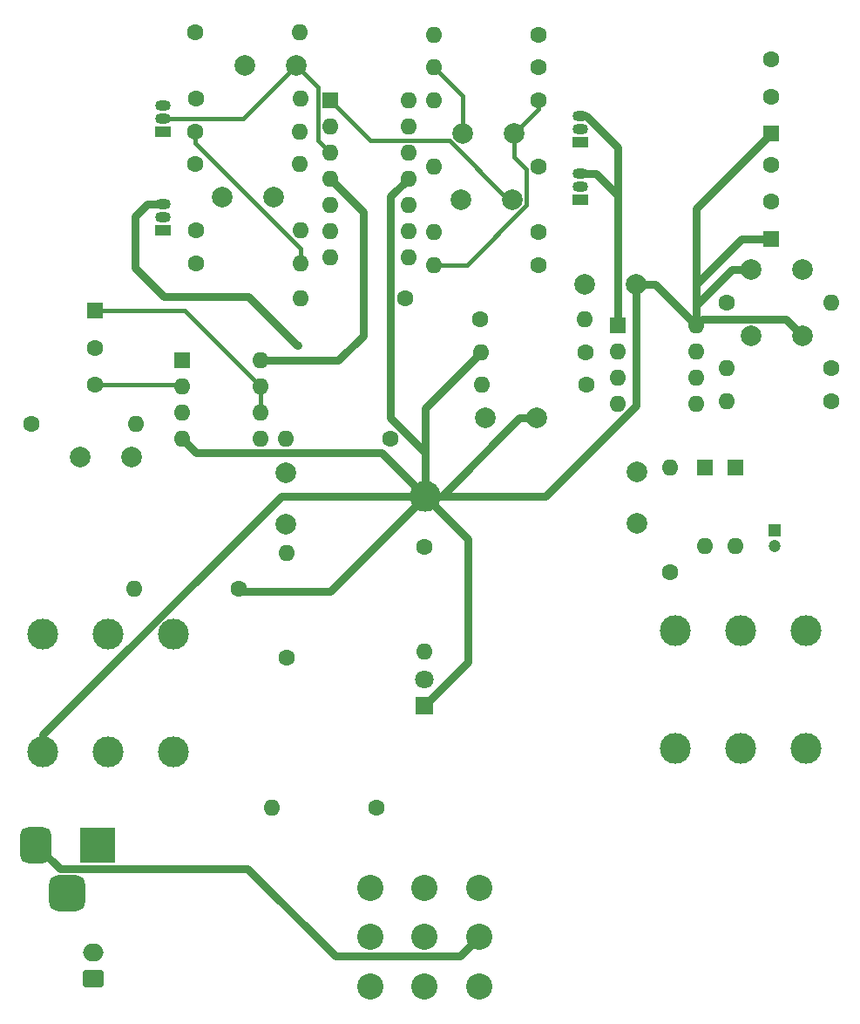
<source format=gbr>
%TF.GenerationSoftware,KiCad,Pcbnew,(6.0.1)*%
%TF.CreationDate,2022-05-04T15:38:42-04:00*%
%TF.ProjectId,phase90plusplus,70686173-6539-4307-906c-7573706c7573,rev?*%
%TF.SameCoordinates,Original*%
%TF.FileFunction,Copper,L2,Bot*%
%TF.FilePolarity,Positive*%
%FSLAX46Y46*%
G04 Gerber Fmt 4.6, Leading zero omitted, Abs format (unit mm)*
G04 Created by KiCad (PCBNEW (6.0.1)) date 2022-05-04 15:38:42*
%MOMM*%
%LPD*%
G01*
G04 APERTURE LIST*
G04 Aperture macros list*
%AMRoundRect*
0 Rectangle with rounded corners*
0 $1 Rounding radius*
0 $2 $3 $4 $5 $6 $7 $8 $9 X,Y pos of 4 corners*
0 Add a 4 corners polygon primitive as box body*
4,1,4,$2,$3,$4,$5,$6,$7,$8,$9,$2,$3,0*
0 Add four circle primitives for the rounded corners*
1,1,$1+$1,$2,$3*
1,1,$1+$1,$4,$5*
1,1,$1+$1,$6,$7*
1,1,$1+$1,$8,$9*
0 Add four rect primitives between the rounded corners*
20,1,$1+$1,$2,$3,$4,$5,0*
20,1,$1+$1,$4,$5,$6,$7,0*
20,1,$1+$1,$6,$7,$8,$9,0*
20,1,$1+$1,$8,$9,$2,$3,0*%
G04 Aperture macros list end*
%TA.AperFunction,ComponentPad*%
%ADD10R,1.600000X1.600000*%
%TD*%
%TA.AperFunction,ComponentPad*%
%ADD11O,1.600000X1.600000*%
%TD*%
%TA.AperFunction,ComponentPad*%
%ADD12C,2.000000*%
%TD*%
%TA.AperFunction,ComponentPad*%
%ADD13C,1.600000*%
%TD*%
%TA.AperFunction,ComponentPad*%
%ADD14C,2.540000*%
%TD*%
%TA.AperFunction,ComponentPad*%
%ADD15R,1.500000X1.050000*%
%TD*%
%TA.AperFunction,ComponentPad*%
%ADD16O,1.500000X1.050000*%
%TD*%
%TA.AperFunction,ComponentPad*%
%ADD17RoundRect,0.250000X-0.550000X0.550000X-0.550000X-0.550000X0.550000X-0.550000X0.550000X0.550000X0*%
%TD*%
%TA.AperFunction,ComponentPad*%
%ADD18C,3.000000*%
%TD*%
%TA.AperFunction,ComponentPad*%
%ADD19R,1.200000X1.200000*%
%TD*%
%TA.AperFunction,ComponentPad*%
%ADD20C,1.200000*%
%TD*%
%TA.AperFunction,ComponentPad*%
%ADD21RoundRect,0.250000X0.550000X-0.550000X0.550000X0.550000X-0.550000X0.550000X-0.550000X-0.550000X0*%
%TD*%
%TA.AperFunction,ComponentPad*%
%ADD22R,3.500000X3.500000*%
%TD*%
%TA.AperFunction,ComponentPad*%
%ADD23RoundRect,0.750000X-0.750000X-1.000000X0.750000X-1.000000X0.750000X1.000000X-0.750000X1.000000X0*%
%TD*%
%TA.AperFunction,ComponentPad*%
%ADD24RoundRect,0.875000X-0.875000X-0.875000X0.875000X-0.875000X0.875000X0.875000X-0.875000X0.875000X0*%
%TD*%
%TA.AperFunction,ComponentPad*%
%ADD25R,1.800000X1.800000*%
%TD*%
%TA.AperFunction,ComponentPad*%
%ADD26C,1.800000*%
%TD*%
%TA.AperFunction,ComponentPad*%
%ADD27RoundRect,0.250000X0.750000X-0.600000X0.750000X0.600000X-0.750000X0.600000X-0.750000X-0.600000X0*%
%TD*%
%TA.AperFunction,ComponentPad*%
%ADD28O,2.000000X1.700000*%
%TD*%
%TA.AperFunction,ViaPad*%
%ADD29C,3.000000*%
%TD*%
%TA.AperFunction,ViaPad*%
%ADD30C,0.800000*%
%TD*%
%TA.AperFunction,Conductor*%
%ADD31C,0.800000*%
%TD*%
%TA.AperFunction,Conductor*%
%ADD32C,0.400000*%
%TD*%
G04 APERTURE END LIST*
D10*
%TO.P,U2,1*%
%TO.N,Net-(C6-Pad1)*%
X195200000Y-62600000D03*
D11*
%TO.P,U2,2,-*%
%TO.N,Net-(R10-Pad2)*%
X195200000Y-65140000D03*
%TO.P,U2,3,+*%
%TO.N,+5V*%
X195200000Y-67680000D03*
%TO.P,U2,4,V-*%
%TO.N,GNDREF*%
X195200000Y-70220000D03*
%TO.P,U2,5,+*%
%TO.N,Net-(C1-Pad2)*%
X202820000Y-70220000D03*
%TO.P,U2,6,-*%
%TO.N,/U1_LOOPBACK*%
X202820000Y-67680000D03*
%TO.P,U2,7*%
X202820000Y-65140000D03*
%TO.P,U2,8,V+*%
%TO.N,+9V*%
X202820000Y-62600000D03*
%TD*%
D12*
%TO.P,C11,1*%
%TO.N,GNDREF*%
X250500000Y-53800000D03*
%TO.P,C11,2*%
%TO.N,/FRQ*%
X255500000Y-53800000D03*
%TD*%
D10*
%TO.P,D2,1,K*%
%TO.N,+5V*%
X246000000Y-72980000D03*
D11*
%TO.P,D2,2,A*%
%TO.N,GNDREF*%
X246000000Y-80600000D03*
%TD*%
D12*
%TO.P,C10,1*%
%TO.N,GNDREF*%
X239400000Y-78430000D03*
%TO.P,C10,2*%
%TO.N,+5V*%
X239400000Y-73430000D03*
%TD*%
D13*
%TO.P,R15,1*%
%TO.N,+5V*%
X196500000Y-30800000D03*
D11*
%TO.P,R15,2*%
%TO.N,Net-(C3-Pad2)*%
X206660000Y-30800000D03*
%TD*%
D14*
%TO.P,S1,P$1,O*%
%TO.N,Net-(R11-Pad1)*%
X213451560Y-113801940D03*
%TO.P,S1,P$2,P*%
%TO.N,Net-(J1-PadT1)*%
X213451560Y-118600000D03*
%TO.P,S1,P$3,S*%
%TO.N,/OUTPUT*%
X213451560Y-123398060D03*
%TO.P,S1,P$4,O*%
%TO.N,Net-(R12-Pad1)*%
X218750000Y-113801940D03*
%TO.P,S1,P$5,P*%
%TO.N,Net-(J2-PadT1)*%
X218750000Y-118600000D03*
%TO.P,S1,P$6,S*%
%TO.N,/OUTPUT*%
X218750000Y-123398060D03*
%TO.P,S1,P$7,O*%
%TO.N,+9V*%
X224048440Y-113801940D03*
%TO.P,S1,P$8,P*%
%TO.N,Net-(J3-Pad2)*%
X224048440Y-118600000D03*
%TO.P,S1,P$9,S*%
%TO.N,unconnected-(S1-PadP$9)*%
X224048440Y-123398060D03*
%TD*%
D12*
%TO.P,C3,1*%
%TO.N,Net-(C3-Pad1)*%
X201280000Y-34000000D03*
%TO.P,C3,2*%
%TO.N,Net-(C3-Pad2)*%
X206280000Y-34000000D03*
%TD*%
D13*
%TO.P,R2,1*%
%TO.N,Net-(R2-Pad1)*%
X196520000Y-37200000D03*
D11*
%TO.P,R2,2*%
%TO.N,Net-(C4-Pad1)*%
X206680000Y-37200000D03*
%TD*%
D13*
%TO.P,R7,1*%
%TO.N,Net-(C3-Pad1)*%
X196500000Y-40385000D03*
D11*
%TO.P,R7,2*%
%TO.N,Net-(R2-Pad1)*%
X206660000Y-40385000D03*
%TD*%
D12*
%TO.P,C2,1*%
%TO.N,/U1_LOOPBACK*%
X199080000Y-46785000D03*
%TO.P,C2,2*%
%TO.N,Net-(C2-Pad2)*%
X204080000Y-46785000D03*
%TD*%
%TO.P,C5,1*%
%TO.N,Net-(C5-Pad1)*%
X227480000Y-40585000D03*
%TO.P,C5,2*%
%TO.N,Net-(C5-Pad2)*%
X222480000Y-40585000D03*
%TD*%
D15*
%TO.P,Q3,1,G*%
%TO.N,/LFO_OUT*%
X233900000Y-47055000D03*
D16*
%TO.P,Q3,2,S*%
%TO.N,Net-(C4-Pad2)*%
X233900000Y-45785000D03*
%TO.P,Q3,3,D*%
%TO.N,+5V*%
X233900000Y-44515000D03*
%TD*%
D17*
%TO.P,RV1,1,1*%
%TO.N,/U1_LOOPBACK*%
X186775000Y-57800000D03*
D13*
%TO.P,RV1,2,2*%
X186775000Y-61400000D03*
%TO.P,RV1,3,3*%
%TO.N,Net-(R10-Pad2)*%
X186775000Y-65000000D03*
%TD*%
%TO.P,R21,1*%
%TO.N,/LFO*%
X234480000Y-65000000D03*
D11*
%TO.P,R21,2*%
%TO.N,Net-(C8-Pad2)*%
X224320000Y-65000000D03*
%TD*%
D13*
%TO.P,R8,1*%
%TO.N,Net-(C4-Pad1)*%
X229860000Y-50185000D03*
D11*
%TO.P,R8,2*%
%TO.N,Net-(R3-Pad1)*%
X219700000Y-50185000D03*
%TD*%
D13*
%TO.P,R22,1*%
%TO.N,Net-(LFO1-Pad2)*%
X234400000Y-61800000D03*
D11*
%TO.P,R22,2*%
%TO.N,GNDREF*%
X224240000Y-61800000D03*
%TD*%
D18*
%TO.P,J1,R1*%
%TO.N,/RING*%
X188050000Y-100635000D03*
%TO.P,J1,RN*%
%TO.N,unconnected-(J1-PadRN)*%
X188050000Y-89205000D03*
%TO.P,J1,S1*%
%TO.N,GNDREF*%
X181700000Y-100635000D03*
%TO.P,J1,SN*%
%TO.N,unconnected-(J1-PadSN)*%
X181700000Y-89205000D03*
%TO.P,J1,T1*%
%TO.N,Net-(J1-PadT1)*%
X194400000Y-100635000D03*
%TO.P,J1,TN*%
%TO.N,unconnected-(J1-PadTN)*%
X194400000Y-89205000D03*
%TD*%
D13*
%TO.P,R17,1*%
%TO.N,+5V*%
X229860000Y-34185000D03*
D11*
%TO.P,R17,2*%
%TO.N,Net-(C5-Pad2)*%
X219700000Y-34185000D03*
%TD*%
D15*
%TO.P,Q1,1,G*%
%TO.N,/LFO_OUT*%
X193380000Y-49985000D03*
D16*
%TO.P,Q1,2,S*%
%TO.N,Net-(C2-Pad2)*%
X193380000Y-48715000D03*
%TO.P,Q1,3,D*%
%TO.N,+5V*%
X193380000Y-47445000D03*
%TD*%
D12*
%TO.P,C8,1*%
%TO.N,GNDREF*%
X229700000Y-68200000D03*
%TO.P,C8,2*%
%TO.N,Net-(C8-Pad2)*%
X224700000Y-68200000D03*
%TD*%
D13*
%TO.P,R1,1*%
%TO.N,Net-(R1-Pad1)*%
X196580000Y-53185000D03*
D11*
%TO.P,R1,2*%
%TO.N,Net-(C3-Pad1)*%
X206740000Y-53185000D03*
%TD*%
D19*
%TO.P,C9,1*%
%TO.N,+5V*%
X252800000Y-79100000D03*
D20*
%TO.P,C9,2*%
%TO.N,GNDREF*%
X252800000Y-80600000D03*
%TD*%
D13*
%TO.P,R20,1*%
%TO.N,Net-(C8-Pad2)*%
X224120000Y-58600000D03*
D11*
%TO.P,R20,2*%
%TO.N,/LFO_OUT*%
X234280000Y-58600000D03*
%TD*%
D13*
%TO.P,R12,1*%
%TO.N,Net-(R12-Pad1)*%
X214080000Y-106000000D03*
D11*
%TO.P,R12,2*%
%TO.N,Net-(C6-Pad2)*%
X203920000Y-106000000D03*
%TD*%
D13*
%TO.P,R26,1*%
%TO.N,Net-(R26-Pad1)*%
X258280000Y-63400000D03*
D11*
%TO.P,R26,2*%
%TO.N,/WVF*%
X248120000Y-63400000D03*
%TD*%
D21*
%TO.P,RV2,1,1*%
%TO.N,GNDREF*%
X252425000Y-50800000D03*
D13*
%TO.P,RV2,2,2*%
%TO.N,Net-(R25-Pad1)*%
X252425000Y-47200000D03*
%TO.P,RV2,3,3*%
%TO.N,+5V*%
X252425000Y-43600000D03*
%TD*%
D15*
%TO.P,Q2,1,G*%
%TO.N,/LFO_OUT*%
X193340000Y-40455000D03*
D16*
%TO.P,Q2,2,S*%
%TO.N,Net-(C3-Pad2)*%
X193340000Y-39185000D03*
%TO.P,Q2,3,D*%
%TO.N,+5V*%
X193340000Y-37915000D03*
%TD*%
D13*
%TO.P,R23,1*%
%TO.N,+5V*%
X258280000Y-66600000D03*
D11*
%TO.P,R23,2*%
%TO.N,Net-(LFO1-Pad5)*%
X248120000Y-66600000D03*
%TD*%
D22*
%TO.P,J3,1*%
%TO.N,/RING*%
X187000000Y-109642500D03*
D23*
%TO.P,J3,2*%
%TO.N,Net-(J3-Pad2)*%
X181000000Y-109642500D03*
D24*
%TO.P,J3,3*%
%TO.N,Net-(BT1-Pad1)*%
X184000000Y-114342500D03*
%TD*%
D13*
%TO.P,R24,1*%
%TO.N,+9V*%
X242648440Y-83140000D03*
D11*
%TO.P,R24,2*%
%TO.N,+5V*%
X242648440Y-72980000D03*
%TD*%
D10*
%TO.P,D3,1,K*%
%TO.N,+5V*%
X249000000Y-72980000D03*
D11*
%TO.P,D3,2,A*%
%TO.N,GNDREF*%
X249000000Y-80600000D03*
%TD*%
D13*
%TO.P,R25,1*%
%TO.N,Net-(R25-Pad1)*%
X248120000Y-57000000D03*
D11*
%TO.P,R25,2*%
%TO.N,/FRQ*%
X258280000Y-57000000D03*
%TD*%
D12*
%TO.P,C4,1*%
%TO.N,Net-(C4-Pad1)*%
X227280000Y-46985000D03*
%TO.P,C4,2*%
%TO.N,Net-(C4-Pad2)*%
X222280000Y-46985000D03*
%TD*%
D13*
%TO.P,R5,1*%
%TO.N,Net-(R10-Pad2)*%
X180520000Y-68800000D03*
D11*
%TO.P,R5,2*%
%TO.N,Net-(C6-Pad1)*%
X190680000Y-68800000D03*
%TD*%
D12*
%TO.P,C12,1*%
%TO.N,GNDREF*%
X255500000Y-60200000D03*
%TO.P,C12,2*%
%TO.N,/WVF*%
X250500000Y-60200000D03*
%TD*%
D18*
%TO.P,J2,R1*%
%TO.N,GNDREF*%
X249450000Y-88815000D03*
%TO.P,J2,RN*%
%TO.N,unconnected-(J2-PadRN)*%
X249450000Y-100245000D03*
%TO.P,J2,S1*%
%TO.N,GNDREF*%
X255800000Y-88815000D03*
%TO.P,J2,SN*%
%TO.N,unconnected-(J2-PadSN)*%
X255800000Y-100245000D03*
%TO.P,J2,T1*%
%TO.N,Net-(J2-PadT1)*%
X243100000Y-88815000D03*
%TO.P,J2,TN*%
%TO.N,unconnected-(J2-PadTN)*%
X243100000Y-100245000D03*
%TD*%
D13*
%TO.P,R11,1*%
%TO.N,Net-(R11-Pad1)*%
X205400000Y-91480000D03*
D11*
%TO.P,R11,2*%
%TO.N,Net-(C1-Pad1)*%
X205400000Y-81320000D03*
%TD*%
D10*
%TO.P,U1,1*%
%TO.N,Net-(C4-Pad1)*%
X209580000Y-37360000D03*
D11*
%TO.P,U1,2,-*%
%TO.N,Net-(R2-Pad1)*%
X209580000Y-39900000D03*
%TO.P,U1,3,+*%
%TO.N,Net-(C3-Pad2)*%
X209580000Y-42440000D03*
%TO.P,U1,4,V+*%
%TO.N,+9V*%
X209580000Y-44980000D03*
%TO.P,U1,5,+*%
%TO.N,Net-(C2-Pad2)*%
X209580000Y-47520000D03*
%TO.P,U1,6,-*%
%TO.N,Net-(R1-Pad1)*%
X209580000Y-50060000D03*
%TO.P,U1,7*%
%TO.N,Net-(C3-Pad1)*%
X209580000Y-52600000D03*
%TO.P,U1,8*%
%TO.N,Net-(C5-Pad1)*%
X217200000Y-52600000D03*
%TO.P,U1,9,-*%
%TO.N,Net-(R3-Pad1)*%
X217200000Y-50060000D03*
%TO.P,U1,10,+*%
%TO.N,Net-(C4-Pad2)*%
X217200000Y-47520000D03*
%TO.P,U1,11,V-*%
%TO.N,GNDREF*%
X217200000Y-44980000D03*
%TO.P,U1,12,+*%
%TO.N,Net-(C5-Pad2)*%
X217200000Y-42440000D03*
%TO.P,U1,13,-*%
%TO.N,Net-(R4-Pad1)*%
X217200000Y-39900000D03*
%TO.P,U1,14*%
%TO.N,Net-(R10-Pad1)*%
X217200000Y-37360000D03*
%TD*%
D13*
%TO.P,R16,1*%
%TO.N,+5V*%
X229860000Y-43785000D03*
D11*
%TO.P,R16,2*%
%TO.N,Net-(C4-Pad2)*%
X219700000Y-43785000D03*
%TD*%
D13*
%TO.P,R4,1*%
%TO.N,Net-(R4-Pad1)*%
X229860000Y-30985000D03*
D11*
%TO.P,R4,2*%
%TO.N,Net-(R10-Pad1)*%
X219700000Y-30985000D03*
%TD*%
D10*
%TO.P,LFO1,1,+5V*%
%TO.N,+5V*%
X237520000Y-59200000D03*
D11*
%TO.P,LFO1,2,OFFST*%
%TO.N,Net-(LFO1-Pad2)*%
X237520000Y-61740000D03*
%TO.P,LFO1,3,OUT*%
%TO.N,/LFO*%
X237520000Y-64280000D03*
%TO.P,LFO1,4,TAP*%
%TO.N,unconnected-(LFO1-Pad4)*%
X237520000Y-66820000D03*
%TO.P,LFO1,5,DPTH*%
%TO.N,Net-(LFO1-Pad5)*%
X245140000Y-66820000D03*
%TO.P,LFO1,6,WVF*%
%TO.N,/WVF*%
X245140000Y-64280000D03*
%TO.P,LFO1,7,FRQ*%
%TO.N,/FRQ*%
X245140000Y-61740000D03*
%TO.P,LFO1,8,GND*%
%TO.N,GNDREF*%
X245140000Y-59200000D03*
%TD*%
D13*
%TO.P,R18,1*%
%TO.N,GNDREF*%
X200680000Y-84800000D03*
D11*
%TO.P,R18,2*%
%TO.N,Net-(C6-Pad2)*%
X190520000Y-84800000D03*
%TD*%
D13*
%TO.P,R3,1*%
%TO.N,Net-(R3-Pad1)*%
X229860000Y-53385000D03*
D11*
%TO.P,R3,2*%
%TO.N,Net-(C5-Pad1)*%
X219700000Y-53385000D03*
%TD*%
D21*
%TO.P,RV3,1,1*%
%TO.N,GNDREF*%
X252425000Y-40600000D03*
D13*
%TO.P,RV3,2,2*%
%TO.N,Net-(R26-Pad1)*%
X252425000Y-37000000D03*
%TO.P,RV3,3,3*%
%TO.N,+5V*%
X252425000Y-33400000D03*
%TD*%
D12*
%TO.P,C7,1*%
%TO.N,GNDREF*%
X239300000Y-55200000D03*
%TO.P,C7,2*%
%TO.N,/LFO_OUT*%
X234300000Y-55200000D03*
%TD*%
D13*
%TO.P,R10,1*%
%TO.N,Net-(R10-Pad1)*%
X216860000Y-56585000D03*
D11*
%TO.P,R10,2*%
%TO.N,Net-(R10-Pad2)*%
X206700000Y-56585000D03*
%TD*%
D13*
%TO.P,R13,1*%
%TO.N,+5V*%
X215480000Y-70200000D03*
D11*
%TO.P,R13,2*%
%TO.N,Net-(C1-Pad2)*%
X205320000Y-70200000D03*
%TD*%
D12*
%TO.P,C6,1*%
%TO.N,Net-(C6-Pad1)*%
X190300000Y-72000000D03*
%TO.P,C6,2*%
%TO.N,Net-(C6-Pad2)*%
X185300000Y-72000000D03*
%TD*%
D25*
%TO.P,D1,1,K*%
%TO.N,GNDREF*%
X218750000Y-96125000D03*
D26*
%TO.P,D1,2,A*%
%TO.N,Net-(D1-Pad2)*%
X218750000Y-93585000D03*
%TD*%
D12*
%TO.P,C1,1*%
%TO.N,Net-(C1-Pad1)*%
X205320000Y-78500000D03*
%TO.P,C1,2*%
%TO.N,Net-(C1-Pad2)*%
X205320000Y-73500000D03*
%TD*%
D13*
%TO.P,R14,1*%
%TO.N,+5V*%
X196500000Y-43585000D03*
D11*
%TO.P,R14,2*%
%TO.N,Net-(C2-Pad2)*%
X206660000Y-43585000D03*
%TD*%
D13*
%TO.P,R19,1*%
%TO.N,+9V*%
X218750000Y-80720000D03*
D11*
%TO.P,R19,2*%
%TO.N,Net-(D1-Pad2)*%
X218750000Y-90880000D03*
%TD*%
D13*
%TO.P,R9,1*%
%TO.N,Net-(C5-Pad1)*%
X229860000Y-37385000D03*
D11*
%TO.P,R9,2*%
%TO.N,Net-(R4-Pad1)*%
X219700000Y-37385000D03*
%TD*%
D13*
%TO.P,R6,1*%
%TO.N,/U1_LOOPBACK*%
X196580000Y-49985000D03*
D11*
%TO.P,R6,2*%
%TO.N,Net-(R1-Pad1)*%
X206740000Y-49985000D03*
%TD*%
D15*
%TO.P,Q4,1,G*%
%TO.N,/LFO_OUT*%
X233940000Y-41455000D03*
D16*
%TO.P,Q4,2,S*%
%TO.N,Net-(C5-Pad2)*%
X233940000Y-40185000D03*
%TO.P,Q4,3,D*%
%TO.N,+5V*%
X233940000Y-38915000D03*
%TD*%
D27*
%TO.P,BT1,1,+*%
%TO.N,Net-(BT1-Pad1)*%
X186532500Y-122600000D03*
D28*
%TO.P,BT1,2,-*%
%TO.N,/RING*%
X186532500Y-120100000D03*
%TD*%
D29*
%TO.N,GNDREF*%
X218800000Y-75800000D03*
D30*
%TO.N,+5V*%
X206480489Y-61200489D03*
%TD*%
D31*
%TO.N,+9V*%
X210400000Y-62600000D02*
X212800000Y-60200000D01*
X212800000Y-48200000D02*
X209580000Y-44980000D01*
X202820000Y-62600000D02*
X210400000Y-62600000D01*
X212800000Y-60200000D02*
X212800000Y-48200000D01*
%TO.N,GNDREF*%
X195200000Y-70220000D02*
X196599511Y-71619511D01*
X239300000Y-55200000D02*
X241140000Y-55200000D01*
X223000000Y-91875000D02*
X223000000Y-80000000D01*
X228000000Y-68200000D02*
X229700000Y-68200000D01*
X218800000Y-67240000D02*
X218800000Y-75800000D01*
X253900489Y-58600489D02*
X245739511Y-58600489D01*
X252425000Y-40600000D02*
X245140000Y-47885000D01*
X215460489Y-46719511D02*
X215460489Y-68201280D01*
X181700000Y-100635000D02*
X181700000Y-98935842D01*
X209600000Y-85000000D02*
X218800000Y-75800000D01*
X218800000Y-71540791D02*
X218800000Y-75800000D01*
X255500000Y-60200000D02*
X253900489Y-58600489D01*
X200680000Y-85000000D02*
X209600000Y-85000000D01*
X245140000Y-47885000D02*
X245140000Y-55260000D01*
X218750000Y-96125000D02*
X223000000Y-91875000D01*
X196599511Y-71619511D02*
X214619511Y-71619511D01*
X245739511Y-58600489D02*
X245140000Y-59200000D01*
X215460489Y-68201280D02*
X218800000Y-71540791D01*
X204835842Y-75800000D02*
X218800000Y-75800000D01*
X224240000Y-61800000D02*
X218800000Y-67240000D01*
X249600000Y-50800000D02*
X245140000Y-55260000D01*
X214619511Y-71619511D02*
X218800000Y-75800000D01*
X245140000Y-55260000D02*
X245140000Y-57260000D01*
X230519209Y-75800000D02*
X239300000Y-67019209D01*
X217200000Y-44980000D02*
X215460489Y-46719511D01*
X218800000Y-75800000D02*
X230519209Y-75800000D01*
X248600000Y-53800000D02*
X245140000Y-57260000D01*
X250500000Y-53800000D02*
X248600000Y-53800000D01*
X252425000Y-50800000D02*
X249600000Y-50800000D01*
X181700000Y-98935842D02*
X204835842Y-75800000D01*
X245140000Y-57260000D02*
X245140000Y-59200000D01*
X223000000Y-80000000D02*
X218800000Y-75800000D01*
X220400000Y-75800000D02*
X228000000Y-68200000D01*
X218800000Y-75800000D02*
X220400000Y-75800000D01*
X241140000Y-55200000D02*
X245140000Y-59200000D01*
X239300000Y-67019209D02*
X239300000Y-55200000D01*
%TO.N,+5V*%
X233940000Y-38915000D02*
X234485311Y-38915000D01*
X237520000Y-41949689D02*
X237520000Y-46585000D01*
X190600000Y-53600000D02*
X193400000Y-56400000D01*
X234485311Y-38915000D02*
X237520000Y-41949689D01*
X235450000Y-44515000D02*
X233900000Y-44515000D01*
X193400000Y-56400000D02*
X201600000Y-56400000D01*
X206400489Y-61200489D02*
X206480489Y-61200489D01*
X237520000Y-46585000D02*
X235450000Y-44515000D01*
X191830000Y-47445000D02*
X190600000Y-48675000D01*
X201600000Y-56400000D02*
X206400489Y-61200489D01*
X237520000Y-59200000D02*
X237520000Y-46585000D01*
X190600000Y-48675000D02*
X190600000Y-53600000D01*
X193380000Y-47445000D02*
X191830000Y-47445000D01*
D32*
%TO.N,/U1_LOOPBACK*%
X202820000Y-65140000D02*
X195480000Y-57800000D01*
X195480000Y-57800000D02*
X186775000Y-57800000D01*
X202820000Y-67680000D02*
X202820000Y-65140000D01*
%TO.N,Net-(C3-Pad1)*%
X196500000Y-40385000D02*
X196500000Y-41516370D01*
X196500000Y-41516370D02*
X206740000Y-51756370D01*
X206740000Y-51756370D02*
X206740000Y-53185000D01*
%TO.N,Net-(C3-Pad2)*%
X209580000Y-42440000D02*
X208380489Y-41240489D01*
X208380489Y-36100489D02*
X206280000Y-34000000D01*
X208380489Y-41240489D02*
X208380489Y-36100489D01*
X201095000Y-39185000D02*
X206280000Y-34000000D01*
X193340000Y-39185000D02*
X201095000Y-39185000D01*
%TO.N,Net-(C4-Pad1)*%
X221156280Y-41240489D02*
X226900791Y-46985000D01*
X226900791Y-46985000D02*
X227280000Y-46985000D01*
X209580000Y-37360000D02*
X213460489Y-41240489D01*
X213460489Y-41240489D02*
X221156280Y-41240489D01*
%TO.N,Net-(C5-Pad1)*%
X222859209Y-53385000D02*
X228679511Y-47564698D01*
X228679511Y-44079511D02*
X227480000Y-42880000D01*
X228679511Y-47564698D02*
X228679511Y-44079511D01*
X219700000Y-53385000D02*
X222859209Y-53385000D01*
X229860000Y-38205000D02*
X229860000Y-37385000D01*
X227480000Y-42880000D02*
X227480000Y-40585000D01*
X227480000Y-40585000D02*
X229860000Y-38205000D01*
%TO.N,Net-(C5-Pad2)*%
X222480000Y-36965000D02*
X222480000Y-40585000D01*
X219700000Y-34185000D02*
X222480000Y-36965000D01*
D31*
%TO.N,Net-(J3-Pad2)*%
X222178929Y-120469511D02*
X224048440Y-118600000D01*
X201592011Y-111992011D02*
X210069511Y-120469511D01*
X181000000Y-109642500D02*
X183349511Y-111992011D01*
X210069511Y-120469511D02*
X222178929Y-120469511D01*
X183349511Y-111992011D02*
X201592011Y-111992011D01*
D32*
%TO.N,Net-(R10-Pad2)*%
X186775000Y-65000000D02*
X195060000Y-65000000D01*
X195060000Y-65000000D02*
X195200000Y-65140000D01*
%TD*%
M02*

</source>
